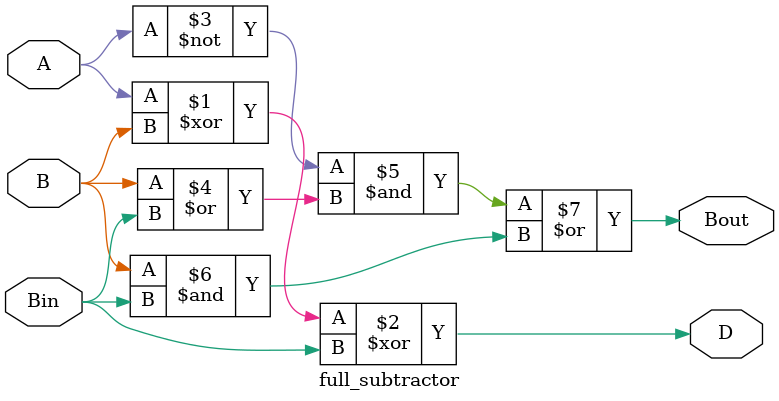
<source format=sv>
module full_subtractor(
    input logic A,
    input logic B,
    input logic Bin,
    output logic D,
    output logic Bout
);

    assign D = A ^ B ^ Bin;
    assign Bout = (~A & (B | Bin)) | (B & Bin);

endmodule


</source>
